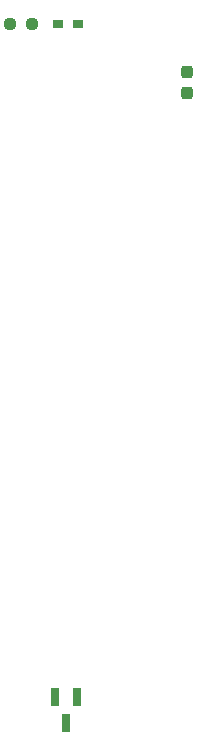
<source format=gbr>
G04 #@! TF.GenerationSoftware,KiCad,Pcbnew,8.0.4+dfsg-1*
G04 #@! TF.CreationDate,2025-02-23T16:04:20+09:00*
G04 #@! TF.ProjectId,bionic-mn1613,62696f6e-6963-42d6-9d6e-313631332e6b,2*
G04 #@! TF.SameCoordinates,Original*
G04 #@! TF.FileFunction,Paste,Top*
G04 #@! TF.FilePolarity,Positive*
%FSLAX46Y46*%
G04 Gerber Fmt 4.6, Leading zero omitted, Abs format (unit mm)*
G04 Created by KiCad (PCBNEW 8.0.4+dfsg-1) date 2025-02-23 16:04:20*
%MOMM*%
%LPD*%
G01*
G04 APERTURE LIST*
G04 Aperture macros list*
%AMRoundRect*
0 Rectangle with rounded corners*
0 $1 Rounding radius*
0 $2 $3 $4 $5 $6 $7 $8 $9 X,Y pos of 4 corners*
0 Add a 4 corners polygon primitive as box body*
4,1,4,$2,$3,$4,$5,$6,$7,$8,$9,$2,$3,0*
0 Add four circle primitives for the rounded corners*
1,1,$1+$1,$2,$3*
1,1,$1+$1,$4,$5*
1,1,$1+$1,$6,$7*
1,1,$1+$1,$8,$9*
0 Add four rect primitives between the rounded corners*
20,1,$1+$1,$2,$3,$4,$5,0*
20,1,$1+$1,$4,$5,$6,$7,0*
20,1,$1+$1,$6,$7,$8,$9,0*
20,1,$1+$1,$8,$9,$2,$3,0*%
G04 Aperture macros list end*
%ADD10R,0.660400X1.625600*%
%ADD11RoundRect,0.237500X0.250000X0.237500X-0.250000X0.237500X-0.250000X-0.237500X0.250000X-0.237500X0*%
%ADD12R,0.965200X0.762000*%
%ADD13RoundRect,0.237500X0.237500X-0.300000X0.237500X0.300000X-0.237500X0.300000X-0.237500X-0.300000X0*%
G04 APERTURE END LIST*
D10*
X114650001Y-128828000D03*
X112749999Y-128828000D03*
X113700000Y-130960000D03*
D11*
X110802500Y-71778000D03*
X108977500Y-71778000D03*
D12*
X112963400Y-71778000D03*
X114716000Y-71778000D03*
D13*
X123910800Y-77618900D03*
X123910800Y-75893900D03*
M02*

</source>
